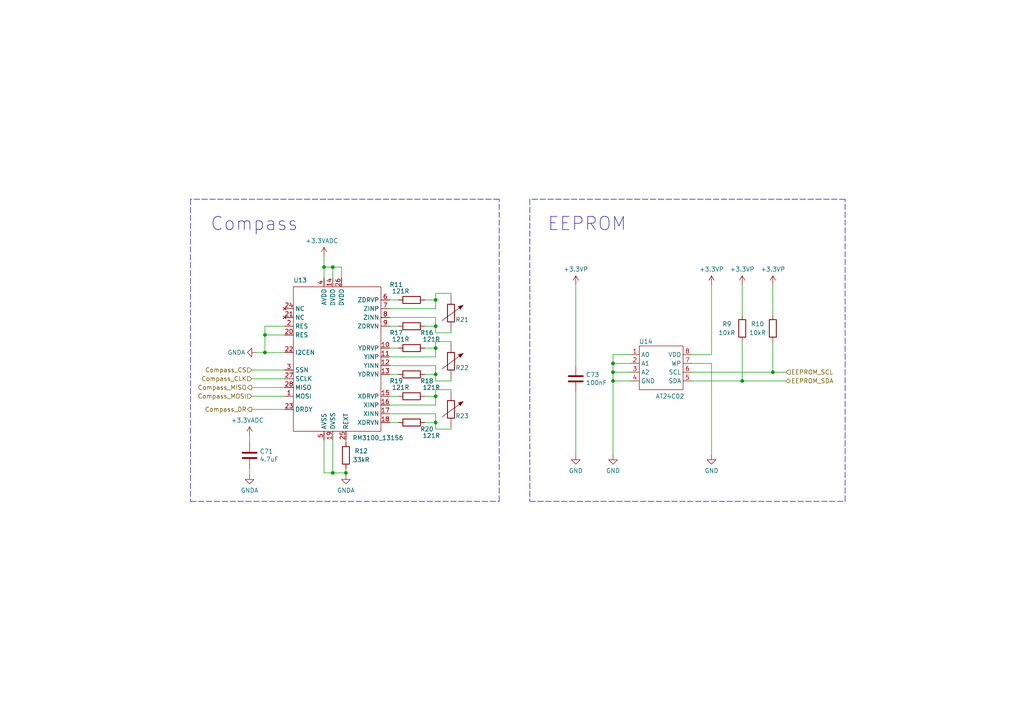
<source format=kicad_sch>
(kicad_sch (version 20211123) (generator eeschema)
  (paper "A4")
  (title_block (title "MM32_Board") (date "2022-03-02") (rev "1.3.2"))
  (lib_symbols
    (symbol "Device:C" (pin_numbers hide) (pin_names (offset 0.254))
      (property "Reference" "C" (at 0.635 2.54 0))
      (property "Value" "C" (at 0.635 -2.54 0))
      (symbol "C_0_1"
        (polyline (pts (xy -2.032 -0.762) (xy 2.032 -0.762)) (stroke (width 0.508)))
        (polyline (pts (xy -2.032 0.762) (xy 2.032 0.762)) (stroke (width 0.508)))
      )
      (symbol "C_1_1"
        (pin passive line (at 0 3.81 270) (length 2.794) (name "~") (number "1"))
        (pin passive line (at 0 -3.81 90) (length 2.794) (name "~") (number "2"))
      )
    )
    (symbol "Device:R" (pin_numbers hide) (pin_names (offset 0))
      (property "Reference" "R" (at 2.032 0 90))
      (property "Value" "R" (at 0 0 90))
      (symbol "R_0_1"
        (rectangle (start -1.016 -2.54) (end 1.016 2.54) (stroke (width 0.254)))
      )
      (symbol "R_1_1"
        (pin passive line (at 0 3.81 270) (length 1.27) (name "~") (number "1"))
        (pin passive line (at 0 -3.81 90) (length 1.27) (name "~") (number "2"))
      )
    )
    (symbol "MM32_Periph:AT24C02"
      (property "Reference" "U" (at 1.27 13.97 0))
      (property "Value" "AT24C02" (at 6.35 -1.27 0))
      (symbol "AT24C02_0_1"
        (rectangle (start 0 12.7) (end 12.7 0))
      )
      (symbol "AT24C02_1_1"
        (pin input line (at -2.54 10.16 0) (length 2.54) (name "A0") (number "1"))
        (pin input line (at -2.54 7.62 0) (length 2.54) (name "A1") (number "2"))
        (pin input line (at -2.54 5.08 0) (length 2.54) (name "A2") (number "3"))
        (pin power_in line (at -2.54 2.54 0) (length 2.54) (name "GND") (number "4"))
        (pin bidirectional line (at 15.24 2.54 180) (length 2.54) (name "SDA") (number "5"))
        (pin input line (at 15.24 5.08 180) (length 2.54) (name "SCL") (number "6"))
        (pin input line (at 15.24 7.62 180) (length 2.54) (name "WP") (number "7"))
        (pin power_in line (at 15.24 10.16 180) (length 2.54) (name "VDD") (number "8"))
      )
    )
    (symbol "MM32_Periph:PN13101(Z)" (pin_numbers hide) (pin_names hide)
      (property "Reference" "R" (at 3.81 2.54 0))
      (symbol "PN13101(Z)_0_1"
        (polyline (pts (xy 4.6228 7.2644) (xy -1.3208 2.8956)))
        (polyline (pts (xy 4.7752 7.366) (xy 3.4036 7.0104) (xy 3.9624 6.1468) (xy 4.7752 7.366)) (fill (type outline)))
        (rectangle (start 2.286 7.62) (end 0.254 2.54) (stroke (width 0.254)))
      )
      (symbol "PN13101(Z)_1_1"
        (pin passive line (at 1.27 0 90) (length 2.54) (name "A") (number "1"))
        (pin passive line (at 1.27 10.16 270) (length 2.54) (name "B") (number "2"))
      )
    )
    (symbol "MM32_Periph:PN13104(XY)" (pin_numbers hide) (pin_names hide)
      (property "Reference" "R" (at 3.302 3.6068 0))
      (symbol "PN13104(XY)_0_1"
        (polyline (pts (xy 4.6228 8.5344) (xy -1.3208 4.1656)))
        (polyline (pts (xy 4.7752 8.636) (xy 3.4036 8.2804) (xy 3.9624 7.4168) (xy 4.7752 8.636)) (fill (type outline)))
        (rectangle (start 2.286 8.89) (end 0.254 3.81) (stroke (width 0.254)))
      )
      (symbol "PN13104(XY)_1_1"
        (pin passive line (at 1.27 1.27 90) (length 2.54) (name "A") (number "1"))
        (pin passive line (at 1.27 11.43 270) (length 2.54) (name "B") (number "2"))
      )
    )
    (symbol "MM32_Periph:RM3100_13156"
      (property "Reference" "U" (at 1.27 44.45 0))
      (property "Value" "RM3100_13156" (at 25.4 -1.27 0))
      (symbol "RM3100_13156_0_1"
        (rectangle (start 0 41.91) (end 25.4 0))
      )
      (symbol "RM3100_13156_1_1"
        (pin input line (at -2.54 10.16 0) (length 2.54) (name "MOSI") (number "1"))
        (pin output line (at 27.94 24.13 180) (length 2.54) (name "YDRVP") (number "10"))
        (pin input line (at 27.94 21.59 180) (length 2.54) (name "YINP") (number "11"))
        (pin input line (at 27.94 19.05 180) (length 2.54) (name "YINN") (number "12"))
        (pin output line (at 27.94 16.51 180) (length 2.54) (name "YDRVN") (number "13"))
        (pin power_in line (at 11.43 44.45 270) (length 2.54) (name "DVDD") (number "14"))
        (pin output line (at 27.94 10.16 180) (length 2.54) (name "XDRVP") (number "15"))
        (pin input line (at 27.94 7.62 180) (length 2.54) (name "XINP") (number "16"))
        (pin input line (at 27.94 5.08 180) (length 2.54) (name "XINN") (number "17"))
        (pin output line (at 27.94 2.54 180) (length 2.54) (name "XDRVN") (number "18"))
        (pin power_in line (at 11.43 -2.54 90) (length 2.54) (name "DVSS") (number "19"))
        (pin passive line (at -2.54 30.48 0) (length 2.54) (name "RES") (number "2"))
        (pin passive line (at -2.54 27.94 0) (length 2.54) (name "RES") (number "20"))
        (pin no_connect line (at -2.54 33.02 0) (length 2.54) (name "NC") (number "21"))
        (pin input line (at -2.54 22.86 0) (length 2.54) (name "I2CEN") (number "22"))
        (pin output line (at -2.54 6.35 0) (length 2.54) (name "DRDY") (number "23"))
        (pin no_connect line (at -2.54 35.56 0) (length 2.54) (name "NC") (number "24"))
        (pin input line (at 15.24 -2.54 90) (length 2.54) (name "REXT") (number "25"))
        (pin power_in line (at 13.97 44.45 270) (length 2.54) (name "DVDD") (number "26"))
        (pin input line (at -2.54 15.24 0) (length 2.54) (name "SCLK") (number "27"))
        (pin output line (at -2.54 12.7 0) (length 2.54) (name "MISO") (number "28"))
        (pin input line (at -2.54 17.78 0) (length 2.54) (name "SSN") (number "3"))
        (pin power_in line (at 8.89 44.45 270) (length 2.54) (name "AVDD") (number "4"))
        (pin power_in line (at 8.89 -2.54 90) (length 2.54) (name "AVSS") (number "5"))
        (pin output line (at 27.94 38.1 180) (length 2.54) (name "ZDRVP") (number "6"))
        (pin input line (at 27.94 35.56 180) (length 2.54) (name "ZINP") (number "7"))
        (pin input line (at 27.94 33.02 180) (length 2.54) (name "ZINN") (number "8"))
        (pin output line (at 27.94 30.48 180) (length 2.54) (name "ZDRVN") (number "9"))
      )
    )
    (symbol "power:+3.3VADC" (power) (pin_names (offset 0))
      (property "Value" "+3.3VADC" (at 0 2.54 0))
      (symbol "+3.3VADC_0_0"
        (pin power_in line (at 0 0 90) (length 0) hide (name "+3.3VADC") (number "1"))
      )
      (symbol "+3.3VADC_0_1"
        (polyline (pts (xy -0.762 1.27) (xy 0 2.54)))
        (polyline (pts (xy 0 0) (xy 0 2.54)))
        (polyline (pts (xy 0 2.54) (xy 0.762 1.27)))
      )
    )
    (symbol "power:+3.3VP" (power) (pin_names (offset 0))
      (property "Value" "+3.3VP" (at 0 2.54 0))
      (symbol "+3.3VP_0_0"
        (pin power_in line (at 0 0 90) (length 0) hide (name "+3.3VP") (number "1"))
      )
      (symbol "+3.3VP_0_1"
        (polyline (pts (xy -0.762 1.27) (xy 0 2.54)))
        (polyline (pts (xy 0 0) (xy 0 2.54)))
        (polyline (pts (xy 0 2.54) (xy 0.762 1.27)))
      )
    )
    (symbol "power:GND" (power) (pin_names (offset 0))
      (property "Value" "GND" (at 0 -3.81 0))
      (symbol "GND_0_1"
        (polyline (pts (xy 0 0) (xy 0 -1.27) (xy 1.27 -1.27) (xy 0 -2.54) (xy -1.27 -1.27) (xy 0 -1.27)))
      )
      (symbol "GND_1_1"
        (pin power_in line (at 0 0 270) (length 0) hide (name "GND") (number "1"))
      )
    )
    (symbol "power:GNDA" (power) (pin_names (offset 0))
      (property "Value" "GNDA" (at 0 -3.81 0))
      (symbol "GNDA_0_1"
        (polyline (pts (xy 0 0) (xy 0 -1.27) (xy 1.27 -1.27) (xy 0 -2.54) (xy -1.27 -1.27) (xy 0 -1.27)))
      )
      (symbol "GNDA_1_1"
        (pin power_in line (at 0 0 270) (length 0) hide (name "GNDA") (number "1"))
      )
    )
  )
  (junction (at 126.365 86.995))
  (junction (at 100.33 137.16))
  (junction (at 215.265 110.49))
  (junction (at 126.365 114.935))
  (junction (at 177.8 107.95))
  (junction (at 96.52 137.16))
  (junction (at 177.8 110.49))
  (junction (at 177.8 105.41))
  (junction (at 126.365 94.615))
  (junction (at 126.365 108.585))
  (junction (at 126.365 122.555))
  (junction (at 96.52 77.47))
  (junction (at 93.98 77.47))
  (junction (at 224.155 107.95))
  (junction (at 126.365 100.965))
  (junction (at 76.835 97.155))
  (junction (at 76.835 102.235))
  (wire (pts (xy 123.19 100.965) (xy 126.365 100.965)))
  (wire (pts (xy 123.19 94.615) (xy 126.365 94.615)))
  (wire (pts (xy 130.81 113.03) (xy 130.81 113.665)))
  (wire (pts (xy 113.03 92.075) (xy 126.365 92.075)))
  (polyline (pts (xy 55.245 145.415) (xy 144.78 145.415)))
  (wire (pts (xy 126.365 96.52) (xy 130.81 96.52)))
  (wire (pts (xy 206.375 102.87) (xy 200.66 102.87)))
  (wire (pts (xy 72.39 126.365) (xy 72.39 128.27)))
  (wire (pts (xy 200.66 110.49) (xy 215.265 110.49)))
  (wire (pts (xy 126.365 103.505) (xy 126.365 100.965)))
  (wire (pts (xy 123.19 114.935) (xy 126.365 114.935)))
  (wire (pts (xy 100.33 137.16) (xy 100.33 137.795)))
  (wire (pts (xy 177.8 107.95) (xy 182.88 107.95)))
  (wire (pts (xy 96.52 127.635) (xy 96.52 137.16)))
  (wire (pts (xy 96.52 77.47) (xy 93.98 77.47)))
  (wire (pts (xy 113.03 100.965) (xy 115.57 100.965)))
  (wire (pts (xy 96.52 80.645) (xy 96.52 77.47)))
  (wire (pts (xy 76.835 97.155) (xy 76.835 102.235)))
  (wire (pts (xy 126.365 85.09) (xy 130.81 85.09)))
  (wire (pts (xy 113.03 108.585) (xy 115.57 108.585)))
  (wire (pts (xy 215.265 82.55) (xy 215.265 91.44)))
  (wire (pts (xy 224.155 82.55) (xy 224.155 91.44)))
  (wire (pts (xy 177.8 107.95) (xy 177.8 110.49)))
  (wire (pts (xy 130.81 124.46) (xy 130.81 123.825)))
  (wire (pts (xy 99.06 80.645) (xy 99.06 77.47)))
  (wire (pts (xy 200.66 107.95) (xy 224.155 107.95)))
  (wire (pts (xy 76.835 102.235) (xy 82.55 102.235)))
  (wire (pts (xy 113.03 94.615) (xy 115.57 94.615)))
  (wire (pts (xy 76.835 97.155) (xy 82.55 97.155)))
  (wire (pts (xy 74.295 102.235) (xy 76.835 102.235)))
  (wire (pts (xy 113.03 89.535) (xy 126.365 89.535)))
  (wire (pts (xy 224.155 99.06) (xy 224.155 107.95)))
  (wire (pts (xy 126.365 89.535) (xy 126.365 86.995)))
  (wire (pts (xy 93.98 137.16) (xy 96.52 137.16)))
  (wire (pts (xy 126.365 94.615) (xy 126.365 96.52)))
  (wire (pts (xy 177.8 102.87) (xy 177.8 105.41)))
  (wire (pts (xy 123.19 108.585) (xy 126.365 108.585)))
  (wire (pts (xy 126.365 99.06) (xy 130.81 99.06)))
  (wire (pts (xy 76.835 94.615) (xy 76.835 97.155)))
  (wire (pts (xy 73.025 118.745) (xy 82.55 118.745)))
  (wire (pts (xy 126.365 113.03) (xy 130.81 113.03)))
  (wire (pts (xy 126.365 122.555) (xy 126.365 124.46)))
  (wire (pts (xy 123.19 122.555) (xy 126.365 122.555)))
  (wire (pts (xy 130.81 99.06) (xy 130.81 99.695)))
  (wire (pts (xy 206.375 105.41) (xy 206.375 132.08)))
  (wire (pts (xy 82.55 94.615) (xy 76.835 94.615)))
  (wire (pts (xy 73.025 107.315) (xy 82.55 107.315)))
  (polyline (pts (xy 153.67 57.785) (xy 153.67 145.415)))
  (wire (pts (xy 73.025 109.855) (xy 82.55 109.855)))
  (wire (pts (xy 113.03 114.935) (xy 115.57 114.935)))
  (polyline (pts (xy 144.78 57.785) (xy 55.245 57.785)))
  (wire (pts (xy 130.81 85.09) (xy 130.81 85.725)))
  (wire (pts (xy 73.025 114.935) (xy 82.55 114.935)))
  (wire (pts (xy 96.52 137.16) (xy 100.33 137.16)))
  (polyline (pts (xy 153.67 145.415) (xy 245.11 145.415)))
  (wire (pts (xy 100.33 128.27) (xy 100.33 127.635)))
  (wire (pts (xy 99.06 77.47) (xy 96.52 77.47)))
  (wire (pts (xy 206.375 82.55) (xy 206.375 102.87)))
  (wire (pts (xy 215.265 99.06) (xy 215.265 110.49)))
  (wire (pts (xy 126.365 86.995) (xy 126.365 85.09)))
  (polyline (pts (xy 55.245 57.785) (xy 55.245 145.415)))
  (wire (pts (xy 113.03 120.015) (xy 126.365 120.015)))
  (wire (pts (xy 126.365 114.935) (xy 126.365 113.03)))
  (wire (pts (xy 215.265 110.49) (xy 227.965 110.49)))
  (wire (pts (xy 167.005 113.665) (xy 167.005 132.08)))
  (wire (pts (xy 126.365 124.46) (xy 130.81 124.46)))
  (wire (pts (xy 177.8 110.49) (xy 177.8 132.08)))
  (wire (pts (xy 182.88 102.87) (xy 177.8 102.87)))
  (wire (pts (xy 113.03 117.475) (xy 126.365 117.475)))
  (wire (pts (xy 200.66 105.41) (xy 206.375 105.41)))
  (wire (pts (xy 123.19 86.995) (xy 126.365 86.995)))
  (wire (pts (xy 113.03 86.995) (xy 115.57 86.995)))
  (wire (pts (xy 126.365 92.075) (xy 126.365 94.615)))
  (wire (pts (xy 126.365 106.045) (xy 126.365 108.585)))
  (wire (pts (xy 182.88 110.49) (xy 177.8 110.49)))
  (wire (pts (xy 126.365 100.965) (xy 126.365 99.06)))
  (wire (pts (xy 177.8 105.41) (xy 182.88 105.41)))
  (wire (pts (xy 126.365 117.475) (xy 126.365 114.935)))
  (polyline (pts (xy 245.11 57.785) (xy 153.67 57.785)))
  (wire (pts (xy 126.365 120.015) (xy 126.365 122.555)))
  (wire (pts (xy 72.39 135.89) (xy 72.39 137.795)))
  (wire (pts (xy 130.81 96.52) (xy 130.81 95.885)))
  (wire (pts (xy 93.98 74.295) (xy 93.98 77.47)))
  (wire (pts (xy 93.98 77.47) (xy 93.98 80.645)))
  (wire (pts (xy 177.8 105.41) (xy 177.8 107.95)))
  (wire (pts (xy 224.155 107.95) (xy 227.965 107.95)))
  (wire (pts (xy 113.03 103.505) (xy 126.365 103.505)))
  (wire (pts (xy 126.365 110.49) (xy 130.81 110.49)))
  (wire (pts (xy 93.98 127.635) (xy 93.98 137.16)))
  (polyline (pts (xy 245.11 145.415) (xy 245.11 57.785)))
  (wire (pts (xy 113.03 122.555) (xy 115.57 122.555)))
  (wire (pts (xy 73.025 112.395) (xy 82.55 112.395)))
  (wire (pts (xy 100.33 135.89) (xy 100.33 137.16)))
  (wire (pts (xy 113.03 106.045) (xy 126.365 106.045)))
  (wire (pts (xy 126.365 108.585) (xy 126.365 110.49)))
  (polyline (pts (xy 144.78 145.415) (xy 144.78 57.785)))
  (wire (pts (xy 167.005 82.55) (xy 167.005 106.045)))
  (wire (pts (xy 130.81 110.49) (xy 130.81 109.855)))
  (text "EEPROM" (at 158.75 67.31 0) (effects (font (size 3.81 3.81)) (justify left bottom)))
  (text "Compass" (at 60.96 67.31 0) (effects (font (size 3.81 3.81)) (justify left bottom)))
  (hierarchical_label "Compass_MOSI" (shape input) (at 73.025 114.935 180))
  (hierarchical_label "Compass_DR" (shape output) (at 73.025 118.745 180))
  (hierarchical_label "Compass_CLK" (shape input) (at 73.025 109.855 180))
  (hierarchical_label "Compass_CS" (shape input) (at 73.025 107.315 180))
  (hierarchical_label "EEPROM_SDA" (shape bidirectional) (at 227.965 110.49 0))
  (hierarchical_label "EEPROM_SCL" (shape input) (at 227.965 107.95 0))
  (hierarchical_label "Compass_MISO" (shape output) (at 73.025 112.395 180))
  (symbol (lib_id "power:+3.3VP") (at 206.375 82.55 0) (unit 1)
    (property "Reference" "#PWR057" (effects hide))
    (property "Value" "+3.3VP" (at 206.375 78.105 0))
  )
  (symbol (lib_id "MM32_Periph:AT24C02") (at 185.42 113.03 0) (unit 1)
    (property "Reference" "U14" (at 187.325 99.06 0))
    (property "Value" "AT24C02" (at 194.31 114.935 0))
    (property "Footprint" "ControlBoard:SOP-8_3.9x4.9mm_P1.27mm" (effects hide))
  )
  (symbol (lib_id "Device:R") (at 215.265 95.25 0) (unit 1)
    (property "Reference" "R9" (at 210.82 93.98 0))
    (property "Value" "10kR" (at 210.82 96.52 0))
    (property "Footprint" "ControlBoard:R_0603_1608Metric" (effects hide))
  )
  (symbol (lib_id "Device:C") (at 72.39 132.08 0) (unit 1)
    (property "Reference" "C71" (at 75.311 130.9116 0) (effects (justify left)))
    (property "Value" "4.7uF" (at 75.311 133.223 0) (effects (justify left)))
    (property "Footprint" "ControlBoard:C_0603_1608Metric" (effects hide))
  )
  (symbol (lib_id "Device:R") (at 100.33 132.08 0) (unit 1)
    (property "Reference" "R12" (at 104.775 130.81 0))
    (property "Value" "33kR" (at 104.775 133.35 0))
    (property "Footprint" "ControlBoard:R_0603_1608Metric" (effects hide))
  )
  (symbol (lib_id "power:+3.3VP") (at 167.005 82.55 0) (unit 1)
    (property "Reference" "#PWR054" (effects hide))
    (property "Value" "+3.3VP" (at 167.005 78.105 0))
  )
  (symbol (lib_id "power:GND") (at 177.8 132.08 0) (unit 1)
    (property "Reference" "#PWR056" (effects hide))
    (property "Value" "GND" (at 177.8 136.525 0))
  )
  (symbol (lib_id "power:GNDA") (at 72.39 137.795 0) (unit 1)
    (property "Reference" "#PWR049" (effects hide))
    (property "Value" "GNDA" (at 72.39 142.24 0))
  )
  (symbol (lib_id "power:GND") (at 206.375 132.08 0) (unit 1)
    (property "Reference" "#PWR058" (effects hide))
    (property "Value" "GND" (at 206.375 136.525 0))
  )
  (symbol (lib_id "power:GND") (at 167.005 132.08 0) (unit 1)
    (property "Reference" "#PWR055" (effects hide))
    (property "Value" "GND" (at 167.005 136.525 0))
  )
  (symbol (lib_id "Device:R") (at 119.38 114.935 90) (unit 1)
    (property "Reference" "R19" (at 114.935 110.49 90))
    (property "Value" "121R" (at 116.205 112.395 90))
    (property "Footprint" "ControlBoard:R_0603_1608Metric" (effects hide))
  )
  (symbol (lib_id "power:GNDA") (at 74.295 102.235 270) (unit 1)
    (property "Reference" "#PWR052" (effects hide))
    (property "Value" "GNDA" (at 68.58 102.235 90))
  )
  (symbol (lib_id "MM32_Periph:PN13104(XY)") (at 129.54 111.125 0) (unit 1)
    (property "Reference" "R22" (at 132.08 106.68 0) (effects (justify left)))
    (property "Value" "PN13104(XY)" (effects hide))
  )
  (symbol (lib_id "Device:C") (at 167.005 109.855 0) (unit 1)
    (property "Reference" "C73" (at 169.926 108.6866 0) (effects (justify left)))
    (property "Value" "100nF" (at 169.926 110.998 0) (effects (justify left)))
    (property "Footprint" "ControlBoard:C_0603_1608Metric" (effects hide))
  )
  (symbol (lib_id "Device:R") (at 119.38 100.965 90) (unit 1)
    (property "Reference" "R17" (at 114.935 96.52 90))
    (property "Value" "121R" (at 116.205 98.425 90))
    (property "Footprint" "ControlBoard:R_0603_1608Metric" (effects hide))
  )
  (symbol (lib_id "power:+3.3VP") (at 224.155 82.55 0) (unit 1)
    (property "Reference" "#PWR060" (effects hide))
    (property "Value" "+3.3VP" (at 224.155 78.105 0))
  )
  (symbol (lib_id "MM32_Periph:PN13104(XY)") (at 129.54 125.095 0) (unit 1)
    (property "Reference" "R23" (at 132.08 120.65 0) (effects (justify left)))
    (property "Value" "PN13104(XY)" (effects hide))
  )
  (symbol (lib_id "Device:R") (at 119.38 86.995 90) (unit 1)
    (property "Reference" "R11" (at 114.935 82.55 90))
    (property "Value" "121R" (at 116.205 84.455 90))
    (property "Footprint" "ControlBoard:R_0603_1608Metric" (effects hide))
  )
  (symbol (lib_id "MM32_Periph:PN13101(Z)") (at 129.54 95.885 0) (unit 1)
    (property "Reference" "R21" (at 132.08 92.71 0) (effects (justify left)))
    (property "Value" "PN13101(Z)" (effects hide))
  )
  (symbol (lib_id "MM32_Periph:RM3100_13156") (at 85.09 125.095 0) (unit 1)
    (property "Reference" "U13" (at 85.09 81.28 0) (effects (justify left)))
    (property "Value" "RM3100_13156" (at 102.235 127 0) (effects (justify left)))
  )
  (symbol (lib_id "Device:R") (at 119.38 108.585 90) (unit 1)
    (property "Reference" "R18" (at 123.825 110.49 90))
    (property "Value" "121R" (at 125.095 112.395 90))
    (property "Footprint" "ControlBoard:R_0603_1608Metric" (effects hide))
  )
  (symbol (lib_id "Device:R") (at 224.155 95.25 0) (unit 1)
    (property "Reference" "R10" (at 219.71 93.98 0))
    (property "Value" "10kR" (at 219.71 96.52 0))
    (property "Footprint" "ControlBoard:R_0603_1608Metric" (effects hide))
  )
  (symbol (lib_id "power:+3.3VADC") (at 72.39 126.365 0) (unit 1)
    (property "Reference" "#PWR048" (effects hide))
    (property "Value" "+3.3VADC" (at 71.755 121.92 0))
  )
  (symbol (lib_id "power:GNDA") (at 100.33 137.795 0) (unit 1)
    (property "Reference" "#PWR050" (effects hide))
    (property "Value" "GNDA" (at 100.33 142.24 0))
  )
  (symbol (lib_id "Device:R") (at 119.38 122.555 90) (unit 1)
    (property "Reference" "R20" (at 123.825 124.46 90))
    (property "Value" "121R" (at 125.095 126.365 90))
    (property "Footprint" "ControlBoard:R_0603_1608Metric" (effects hide))
  )
  (symbol (lib_id "power:+3.3VADC") (at 93.98 74.295 0) (unit 1)
    (property "Reference" "#PWR053" (effects hide))
    (property "Value" "+3.3VADC" (at 93.345 69.85 0))
  )
  (symbol (lib_id "Device:R") (at 119.38 94.615 90) (unit 1)
    (property "Reference" "R16" (at 123.825 96.52 90))
    (property "Value" "121R" (at 125.095 98.425 90))
    (property "Footprint" "ControlBoard:R_0603_1608Metric" (effects hide))
  )
  (symbol (lib_id "power:+3.3VP") (at 215.265 82.55 0) (unit 1)
    (property "Reference" "#PWR059" (effects hide))
    (property "Value" "+3.3VP" (at 215.265 78.105 0))
  )
)
</source>
